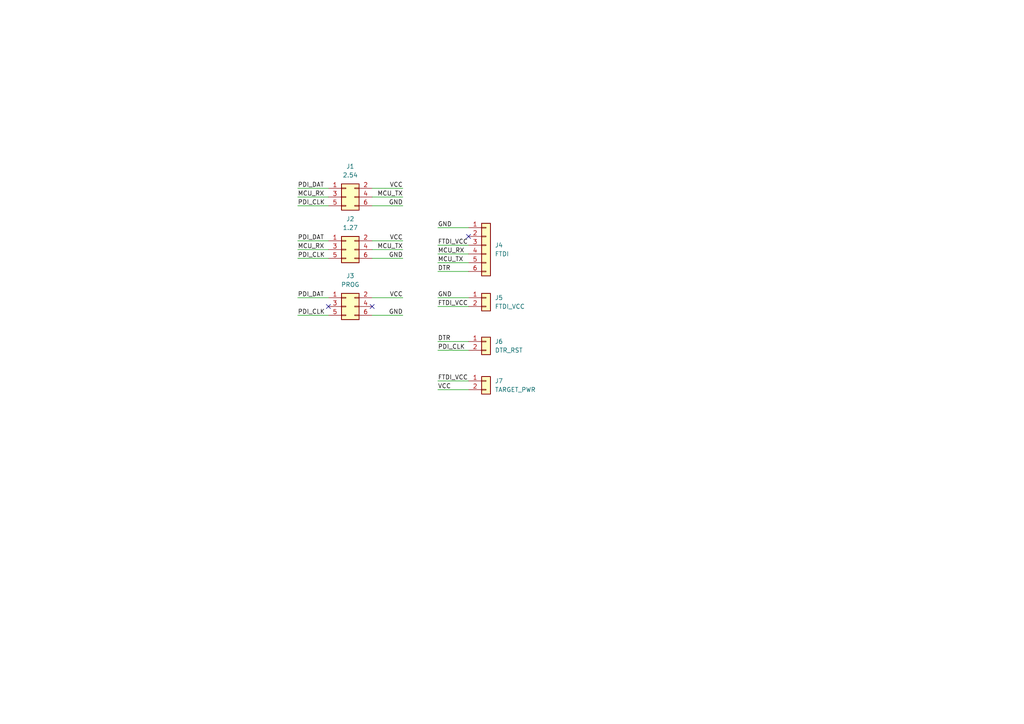
<source format=kicad_sch>
(kicad_sch (version 20230121) (generator eeschema)
  (paper "A4")
  (title_block (title "PDI/FTDI Debug Adatper") (comment 1 "(C) 2023 kuro68k") (comment 2 "Licence: GPLv3"))
  (lib_symbols
    (symbol "Connector_Generic:Conn_01x02" (pin_names (offset 1.016) hide)
      (property "Reference" "J" (at 0 2.54 0))
      (property "Value" "Conn_01x02" (at 0 -5.08 0))
      (symbol "Conn_01x02_1_1"
        (rectangle (start -1.27 -2.413) (end 0 -2.667) (stroke (width 0.1524)))
        (rectangle (start -1.27 0.127) (end 0 -0.127) (stroke (width 0.1524)))
        (rectangle (start -1.27 1.27) (end 1.27 -3.81) (stroke (width 0.254)) (fill (type background)))
        (pin passive line (at -5.08 0 0) (length 3.81) (name "Pin_1") (number "1"))
        (pin passive line (at -5.08 -2.54 0) (length 3.81) (name "Pin_2") (number "2"))
      )
    )
    (symbol "Connector_Generic:Conn_01x06" (pin_names (offset 1.016) hide)
      (property "Reference" "J" (at 0 7.62 0))
      (property "Value" "Conn_01x06" (at 0 -10.16 0))
      (symbol "Conn_01x06_1_1"
        (rectangle (start -1.27 -7.493) (end 0 -7.747) (stroke (width 0.1524)))
        (rectangle (start -1.27 -4.953) (end 0 -5.207) (stroke (width 0.1524)))
        (rectangle (start -1.27 -2.413) (end 0 -2.667) (stroke (width 0.1524)))
        (rectangle (start -1.27 0.127) (end 0 -0.127) (stroke (width 0.1524)))
        (rectangle (start -1.27 2.667) (end 0 2.413) (stroke (width 0.1524)))
        (rectangle (start -1.27 5.207) (end 0 4.953) (stroke (width 0.1524)))
        (rectangle (start -1.27 6.35) (end 1.27 -8.89) (stroke (width 0.254)) (fill (type background)))
        (pin passive line (at -5.08 5.08 0) (length 3.81) (name "Pin_1") (number "1"))
        (pin passive line (at -5.08 2.54 0) (length 3.81) (name "Pin_2") (number "2"))
        (pin passive line (at -5.08 0 0) (length 3.81) (name "Pin_3") (number "3"))
        (pin passive line (at -5.08 -2.54 0) (length 3.81) (name "Pin_4") (number "4"))
        (pin passive line (at -5.08 -5.08 0) (length 3.81) (name "Pin_5") (number "5"))
        (pin passive line (at -5.08 -7.62 0) (length 3.81) (name "Pin_6") (number "6"))
      )
    )
    (symbol "Connector_Generic:Conn_02x03_Odd_Even" (pin_names (offset 1.016) hide)
      (property "Reference" "J" (at 1.27 5.08 0))
      (property "Value" "Conn_02x03_Odd_Even" (at 1.27 -5.08 0))
      (symbol "Conn_02x03_Odd_Even_1_1"
        (rectangle (start -1.27 -2.413) (end 0 -2.667) (stroke (width 0.1524)))
        (rectangle (start -1.27 0.127) (end 0 -0.127) (stroke (width 0.1524)))
        (rectangle (start -1.27 2.667) (end 0 2.413) (stroke (width 0.1524)))
        (rectangle (start -1.27 3.81) (end 3.81 -3.81) (stroke (width 0.254)) (fill (type background)))
        (rectangle (start 3.81 -2.413) (end 2.54 -2.667) (stroke (width 0.1524)))
        (rectangle (start 3.81 0.127) (end 2.54 -0.127) (stroke (width 0.1524)))
        (rectangle (start 3.81 2.667) (end 2.54 2.413) (stroke (width 0.1524)))
        (pin passive line (at -5.08 2.54 0) (length 3.81) (name "Pin_1") (number "1"))
        (pin passive line (at 7.62 2.54 180) (length 3.81) (name "Pin_2") (number "2"))
        (pin passive line (at -5.08 0 0) (length 3.81) (name "Pin_3") (number "3"))
        (pin passive line (at 7.62 0 180) (length 3.81) (name "Pin_4") (number "4"))
        (pin passive line (at -5.08 -2.54 0) (length 3.81) (name "Pin_5") (number "5"))
        (pin passive line (at 7.62 -2.54 180) (length 3.81) (name "Pin_6") (number "6"))
      )
    )
  )
  (no_connect (at 95.25 88.9))
  (no_connect (at 135.89 68.58))
  (no_connect (at 107.95 88.9))
  (wire (pts (xy 127 76.2) (xy 135.89 76.2)))
  (wire (pts (xy 86.36 86.36) (xy 95.25 86.36)))
  (wire (pts (xy 127 88.9) (xy 135.89 88.9)))
  (wire (pts (xy 107.95 59.69) (xy 116.84 59.69)))
  (wire (pts (xy 107.95 91.44) (xy 116.84 91.44)))
  (wire (pts (xy 86.36 54.61) (xy 95.25 54.61)))
  (wire (pts (xy 127 99.06) (xy 135.89 99.06)))
  (wire (pts (xy 107.95 72.39) (xy 116.84 72.39)))
  (wire (pts (xy 86.36 69.85) (xy 95.25 69.85)))
  (wire (pts (xy 127 71.12) (xy 135.89 71.12)))
  (wire (pts (xy 86.36 57.15) (xy 95.25 57.15)))
  (wire (pts (xy 86.36 59.69) (xy 95.25 59.69)))
  (wire (pts (xy 127 110.49) (xy 135.89 110.49)))
  (wire (pts (xy 107.95 74.93) (xy 116.84 74.93)))
  (wire (pts (xy 107.95 86.36) (xy 116.84 86.36)))
  (wire (pts (xy 86.36 72.39) (xy 95.25 72.39)))
  (wire (pts (xy 127 66.04) (xy 135.89 66.04)))
  (wire (pts (xy 107.95 54.61) (xy 116.84 54.61)))
  (wire (pts (xy 127 78.74) (xy 135.89 78.74)))
  (wire (pts (xy 86.36 74.93) (xy 95.25 74.93)))
  (wire (pts (xy 86.36 91.44) (xy 95.25 91.44)))
  (wire (pts (xy 127 113.03) (xy 135.89 113.03)))
  (wire (pts (xy 127 101.6) (xy 135.89 101.6)))
  (wire (pts (xy 107.95 69.85) (xy 116.84 69.85)))
  (wire (pts (xy 127 73.66) (xy 135.89 73.66)))
  (wire (pts (xy 107.95 57.15) (xy 116.84 57.15)))
  (wire (pts (xy 127 86.36) (xy 135.89 86.36)))
  (label "GND" (at 116.84 91.44 180))
  (label "PDI_DAT" (at 86.36 69.85 0))
  (label "VCC" (at 116.84 69.85 180))
  (label "MCU_RX" (at 127 73.66 0))
  (label "VCC" (at 116.84 54.61 180))
  (label "PDI_CLK" (at 127 101.6 0))
  (label "DTR" (at 127 99.06 0))
  (label "PDI_DAT" (at 86.36 54.61 0))
  (label "GND" (at 127 66.04 0))
  (label "GND" (at 116.84 74.93 180))
  (label "MCU_RX" (at 86.36 72.39 0))
  (label "DTR" (at 127 78.74 0))
  (label "MCU_TX" (at 116.84 72.39 180))
  (label "MCU_TX" (at 127 76.2 0))
  (label "PDI_CLK" (at 86.36 91.44 0))
  (label "PDI_DAT" (at 86.36 86.36 0))
  (label "VCC" (at 116.84 86.36 180))
  (label "FTDI_VCC" (at 127 88.9 0))
  (label "GND" (at 116.84 59.69 180))
  (label "PDI_CLK" (at 86.36 74.93 0))
  (label "FTDI_VCC" (at 127 71.12 0))
  (label "PDI_CLK" (at 86.36 59.69 0))
  (label "MCU_RX" (at 86.36 57.15 0))
  (label "MCU_TX" (at 116.84 57.15 180))
  (label "FTDI_VCC" (at 127 110.49 0))
  (label "VCC" (at 127 113.03 0))
  (label "GND" (at 127 86.36 0))
  (symbol (lib_id "Connector_Generic:Conn_02x03_Odd_Even") (at 100.33 57.15 0) (unit 1)
    (property "Reference" "J1" (at 101.6 48.26 0))
    (property "Value" "2.54" (at 101.6 50.8 0))
    (property "Footprint" "Connector_PinHeader_2.54mm:PinHeader_2x03_P2.54mm_Vertical" (effects hide))
  )
  (symbol (lib_id "Connector_Generic:Conn_02x03_Odd_Even") (at 100.33 72.39 0) (unit 1)
    (property "Reference" "J2" (at 101.6 63.5 0))
    (property "Value" "1.27" (at 101.6 66.04 0))
    (property "Footprint" "Connector_PinHeader_1.27mm:PinHeader_2x03_P1.27mm_Vertical" (effects hide))
  )
  (symbol (lib_id "Connector_Generic:Conn_01x02") (at 140.97 99.06 0) (unit 1)
    (property "Reference" "J6" (at 143.51 99.06 0) (effects (justify left)))
    (property "Value" "DTR_RST" (at 143.51 101.6 0) (effects (justify left)))
    (property "Footprint" "Connector_PinHeader_2.54mm:PinHeader_1x02_P2.54mm_Vertical" (effects hide))
  )
  (symbol (lib_id "Connector_Generic:Conn_02x03_Odd_Even") (at 100.33 88.9 0) (unit 1)
    (property "Reference" "J3" (at 101.6 80.01 0))
    (property "Value" "PROG" (at 101.6 82.55 0))
    (property "Footprint" "Connector_PinHeader_2.54mm:PinHeader_2x03_P2.54mm_Vertical" (effects hide))
  )
  (symbol (lib_id "Connector_Generic:Conn_01x02") (at 140.97 110.49 0) (unit 1)
    (property "Reference" "J7" (at 143.51 110.49 0) (effects (justify left)))
    (property "Value" "TARGET_PWR" (at 143.51 113.03 0) (effects (justify left)))
    (property "Footprint" "Connector_PinHeader_2.54mm:PinHeader_1x02_P2.54mm_Vertical" (effects hide))
  )
  (symbol (lib_id "Connector_Generic:Conn_01x06") (at 140.97 71.12 0) (unit 1)
    (property "Reference" "J4" (at 143.51 71.12 0) (effects (justify left)))
    (property "Value" "FTDI" (at 143.51 73.66 0) (effects (justify left)))
    (property "Footprint" "Connector_PinHeader_2.54mm:PinHeader_1x06_P2.54mm_Vertical" (effects hide))
  )
  (symbol (lib_id "Connector_Generic:Conn_01x02") (at 140.97 86.36 0) (unit 1)
    (property "Reference" "J5" (at 143.51 86.36 0) (effects (justify left)))
    (property "Value" "FTDI_VCC" (at 143.51 88.9 0) (effects (justify left)))
    (property "Footprint" "Connector_PinHeader_2.54mm:PinHeader_1x02_P2.54mm_Vertical" (effects hide))
  )
)
</source>
